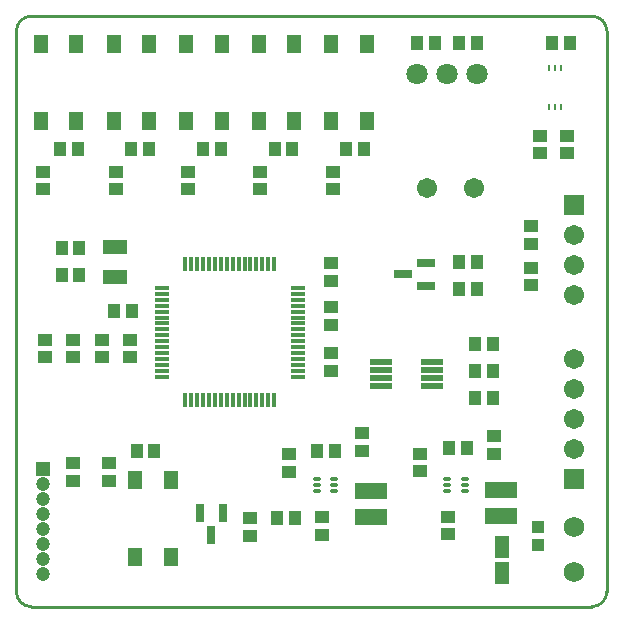
<source format=gts>
G04*
G04 #@! TF.GenerationSoftware,Altium Limited,Altium Designer,22.8.2 (66)*
G04*
G04 Layer_Color=8388736*
%FSLAX25Y25*%
%MOIN*%
G70*
G04*
G04 #@! TF.SameCoordinates,353F7BBD-D662-4BEA-BAB2-8ECF1C4A7E15*
G04*
G04*
G04 #@! TF.FilePolarity,Negative*
G04*
G01*
G75*
%ADD10C,0.01000*%
%ADD17R,0.07700X0.02000*%
%ADD24R,0.00903X0.02375*%
%ADD27R,0.01181X0.04724*%
%ADD28R,0.04724X0.01181*%
G04:AMPARAMS|DCode=30|XSize=26.38mil|YSize=11.81mil|CornerRadius=1.95mil|HoleSize=0mil|Usage=FLASHONLY|Rotation=0.000|XOffset=0mil|YOffset=0mil|HoleType=Round|Shape=RoundedRectangle|*
%AMROUNDEDRECTD30*
21,1,0.02638,0.00791,0,0,0.0*
21,1,0.02248,0.01181,0,0,0.0*
1,1,0.00390,0.01124,-0.00396*
1,1,0.00390,-0.01124,-0.00396*
1,1,0.00390,-0.01124,0.00396*
1,1,0.00390,0.01124,0.00396*
%
%ADD30ROUNDEDRECTD30*%
%ADD32R,0.05131X0.06312*%
%ADD33R,0.04737X0.03950*%
%ADD34R,0.03950X0.04737*%
%ADD35C,0.06800*%
%ADD36R,0.05131X0.07493*%
%ADD37R,0.07887X0.04737*%
%ADD38R,0.04343X0.04343*%
%ADD39R,0.10642X0.05524*%
%ADD40R,0.03162X0.06312*%
%ADD41R,0.06312X0.03162*%
%ADD42C,0.06706*%
%ADD43C,0.07099*%
%ADD44R,0.06706X0.06706*%
%ADD45C,0.04737*%
%ADD46R,0.04737X0.04737*%
D10*
X319000Y225000D02*
G03*
X324000Y220000I5000J0D01*
G01*
X510850Y220000D02*
G03*
X515850Y225000I-0J5000D01*
G01*
X515850Y411850D02*
G03*
X510850Y416850I-5000J0D01*
G01*
X324000Y416850D02*
G03*
X319000Y411850I0J-5000D01*
G01*
X324000Y220000D02*
X510850Y220000D01*
X515850Y225000D02*
X515850Y411850D01*
X324000Y416850D02*
X510850Y416850D01*
X319000Y225000D02*
X319000Y411850D01*
D17*
X440600Y301400D02*
D03*
Y298800D02*
D03*
Y296200D02*
D03*
Y293600D02*
D03*
X457400D02*
D03*
Y296200D02*
D03*
Y298800D02*
D03*
Y301400D02*
D03*
D24*
X496500Y399475D02*
D03*
X498469D02*
D03*
X500438D02*
D03*
Y386500D02*
D03*
X498469D02*
D03*
X496500D02*
D03*
D27*
X375374Y334091D02*
D03*
X377343D02*
D03*
X379311D02*
D03*
X381279D02*
D03*
X383248D02*
D03*
X385216D02*
D03*
X387185D02*
D03*
X389154D02*
D03*
X391122D02*
D03*
X393091D02*
D03*
X395059D02*
D03*
X397028D02*
D03*
X398996D02*
D03*
X400965D02*
D03*
X402933D02*
D03*
X404902D02*
D03*
Y288815D02*
D03*
X402933D02*
D03*
X400965D02*
D03*
X398996D02*
D03*
X397028D02*
D03*
X395059D02*
D03*
X393091D02*
D03*
X391122D02*
D03*
X389154D02*
D03*
X387185D02*
D03*
X385216D02*
D03*
X383248D02*
D03*
X381279D02*
D03*
X379311D02*
D03*
X377343D02*
D03*
X375374D02*
D03*
D28*
X412776Y326217D02*
D03*
Y324248D02*
D03*
Y322280D02*
D03*
Y320311D02*
D03*
Y318342D02*
D03*
Y316374D02*
D03*
Y314405D02*
D03*
Y312437D02*
D03*
Y310469D02*
D03*
Y308500D02*
D03*
Y306532D02*
D03*
Y304563D02*
D03*
Y302594D02*
D03*
Y300626D02*
D03*
Y298657D02*
D03*
Y296689D02*
D03*
X367500D02*
D03*
Y298657D02*
D03*
Y300626D02*
D03*
Y302594D02*
D03*
Y304563D02*
D03*
Y306532D02*
D03*
Y308500D02*
D03*
Y310469D02*
D03*
Y312437D02*
D03*
Y314405D02*
D03*
Y316374D02*
D03*
Y318342D02*
D03*
Y320311D02*
D03*
Y322280D02*
D03*
Y324248D02*
D03*
Y326217D02*
D03*
D30*
X425000Y262469D02*
D03*
Y260500D02*
D03*
Y258531D02*
D03*
X419173D02*
D03*
Y260500D02*
D03*
Y262469D02*
D03*
X462587D02*
D03*
Y260500D02*
D03*
Y258531D02*
D03*
X468413D02*
D03*
Y260500D02*
D03*
Y262469D02*
D03*
D32*
X358594Y236705D02*
D03*
Y262295D02*
D03*
X370406Y236705D02*
D03*
Y262295D02*
D03*
X424000Y381909D02*
D03*
Y407500D02*
D03*
X435811Y381909D02*
D03*
Y407500D02*
D03*
X411608Y407591D02*
D03*
Y382000D02*
D03*
X399797Y407591D02*
D03*
Y382000D02*
D03*
X375594D02*
D03*
Y407591D02*
D03*
X387405Y382000D02*
D03*
Y407591D02*
D03*
X363203D02*
D03*
Y382000D02*
D03*
X351392Y407591D02*
D03*
Y382000D02*
D03*
X327189D02*
D03*
Y407591D02*
D03*
X339000Y382000D02*
D03*
Y407591D02*
D03*
D33*
X490500Y333000D02*
D03*
Y327095D02*
D03*
X349915Y267905D02*
D03*
Y262000D02*
D03*
X424000Y304500D02*
D03*
Y298594D02*
D03*
Y314000D02*
D03*
Y319905D02*
D03*
Y334405D02*
D03*
Y328500D02*
D03*
X490500Y346953D02*
D03*
Y341047D02*
D03*
X328000Y359095D02*
D03*
Y365000D02*
D03*
X352125Y359095D02*
D03*
Y365000D02*
D03*
X376250Y359095D02*
D03*
Y365000D02*
D03*
X400375Y359095D02*
D03*
Y365000D02*
D03*
X424500Y359095D02*
D03*
Y365000D02*
D03*
X338000Y262000D02*
D03*
Y267905D02*
D03*
X493500Y377000D02*
D03*
Y371094D02*
D03*
X453644Y265074D02*
D03*
Y270980D02*
D03*
X410000Y265047D02*
D03*
Y270953D02*
D03*
X397000Y249500D02*
D03*
Y243595D02*
D03*
X328500Y303095D02*
D03*
Y309000D02*
D03*
X357000Y303095D02*
D03*
Y309000D02*
D03*
X347500Y303095D02*
D03*
Y309000D02*
D03*
X338000Y303095D02*
D03*
Y309000D02*
D03*
X502500Y377000D02*
D03*
Y371094D02*
D03*
X463000Y244094D02*
D03*
Y250000D02*
D03*
X421000Y244000D02*
D03*
Y249905D02*
D03*
X478063Y276905D02*
D03*
Y271000D02*
D03*
X434087Y277906D02*
D03*
Y272000D02*
D03*
D34*
X351594Y318500D02*
D03*
X357500D02*
D03*
X411953Y249500D02*
D03*
X406047D02*
D03*
X466595Y408000D02*
D03*
X472500D02*
D03*
X477906Y307500D02*
D03*
X472000D02*
D03*
X477906Y298500D02*
D03*
X472000D02*
D03*
X477906Y289500D02*
D03*
X472000D02*
D03*
X466595Y326000D02*
D03*
X472500D02*
D03*
X469063Y273000D02*
D03*
X463158D02*
D03*
X425087Y272000D02*
D03*
X419181D02*
D03*
X365000D02*
D03*
X359095D02*
D03*
X334095Y339500D02*
D03*
X340000D02*
D03*
X334095Y330500D02*
D03*
X340000D02*
D03*
X429000Y372500D02*
D03*
X434905D02*
D03*
X405125D02*
D03*
X411030D02*
D03*
X381250D02*
D03*
X387156D02*
D03*
X357375D02*
D03*
X363281D02*
D03*
X333500D02*
D03*
X339405D02*
D03*
X452547Y408000D02*
D03*
X458453D02*
D03*
X472500Y335000D02*
D03*
X466595D02*
D03*
X503500Y408000D02*
D03*
X497594D02*
D03*
D35*
X505000Y231500D02*
D03*
Y246500D02*
D03*
D36*
X481000Y231169D02*
D03*
Y239831D02*
D03*
D37*
X352000Y339843D02*
D03*
Y330000D02*
D03*
D38*
X493000Y240595D02*
D03*
Y246500D02*
D03*
D39*
X480500Y259000D02*
D03*
Y250339D02*
D03*
X437087Y258500D02*
D03*
Y249839D02*
D03*
D40*
X387740Y251240D02*
D03*
X380260D02*
D03*
X384000Y243760D02*
D03*
D41*
X448020Y330760D02*
D03*
X455500Y334500D02*
D03*
Y327020D02*
D03*
D42*
X455752Y359500D02*
D03*
X471500D02*
D03*
X505000Y324000D02*
D03*
Y334000D02*
D03*
Y344000D02*
D03*
Y272500D02*
D03*
Y282500D02*
D03*
Y292500D02*
D03*
Y302500D02*
D03*
D43*
X452500Y397500D02*
D03*
X462500D02*
D03*
X472500D02*
D03*
D44*
X505000Y354000D02*
D03*
Y262500D02*
D03*
D45*
X328000Y231000D02*
D03*
Y236000D02*
D03*
Y241000D02*
D03*
Y246000D02*
D03*
Y251000D02*
D03*
Y256000D02*
D03*
Y261000D02*
D03*
D46*
Y266000D02*
D03*
M02*

</source>
